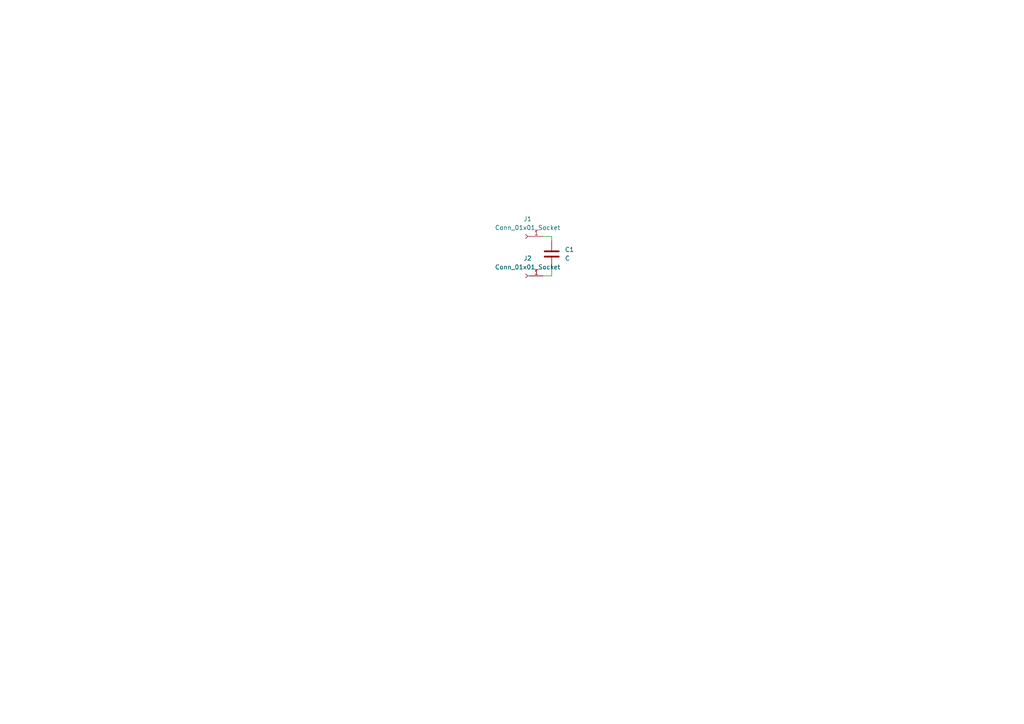
<source format=kicad_sch>
(kicad_sch (version 20231120) (generator "eeschema") (generator_version "8.0")
  (paper "A4")
  (lib_symbols
    (symbol "Connector:Conn_01x01_Socket" (pin_names (offset 1.016) hide)
      (property "Reference" "J" (at 0 2.54 0))
      (property "Value" "Conn_01x01_Socket" (at 0 -2.54 0))
      (symbol "Conn_01x01_Socket_1_1"
        (polyline (pts (xy -1.27 0) (xy -0.508 0)) (stroke (width 0.1524)))
        (arc (start 0 0.508) (mid -0.5058 0) (end 0 -0.508) (stroke (width 0.1524)))
        (pin passive line (at -5.08 0 0) (length 3.81) (name "Pin_1") (number "1"))
      )
    )
    (symbol "Device:C" (pin_numbers hide) (pin_names (offset 0.254))
      (property "Reference" "C" (at 0.635 2.54 0))
      (property "Value" "C" (at 0.635 -2.54 0))
      (symbol "C_0_1"
        (polyline (pts (xy -2.032 -0.762) (xy 2.032 -0.762)) (stroke (width 0.508)))
        (polyline (pts (xy -2.032 0.762) (xy 2.032 0.762)) (stroke (width 0.508)))
      )
      (symbol "C_1_1"
        (pin passive line (at 0 3.81 270) (length 2.794) (name "~") (number "1"))
        (pin passive line (at 0 -3.81 90) (length 2.794) (name "~") (number "2"))
      )
    )
  )
  (wire (pts (xy 157.48 68.58) (xy 160.02 68.58)))
  (wire (pts (xy 160.02 68.58) (xy 160.02 69.85)))
  (wire (pts (xy 160.02 80.01) (xy 157.48 80.01)))
  (wire (pts (xy 160.02 77.47) (xy 160.02 80.01)))
  (symbol (lib_id "Device:C") (at 160.02 73.66 0) (unit 1)
    (property "Reference" "C1" (at 163.83 72.3899 0) (effects (justify left)))
    (property "Value" "C" (at 163.83 74.9299 0) (effects (justify left)))
    (property "Footprint" "Capacitor_SMD:C_1206_3216Metric" (effects (hide yes)))
    (property "Description" "Unpolarized capacitor" (effects (hide yes)))
  )
  (symbol (lib_id "Connector:Conn_01x01_Socket") (at 152.4 68.58 0) (mirror y) (unit 1)
    (property "Reference" "J1" (at 153.035 63.5 0))
    (property "Value" "Conn_01x01_Socket" (at 153.035 66.04 0))
    (property "Footprint" "MountingHole:MountingHole_2.5mm_Pad" (effects (hide yes)))
    (property "Description" "Generic connector, single row, 01x01, script generated" (effects (hide yes)))
  )
  (symbol (lib_id "Connector:Conn_01x01_Socket") (at 152.4 80.01 0) (mirror y) (unit 1)
    (property "Reference" "J2" (at 153.035 74.93 0))
    (property "Value" "Conn_01x01_Socket" (at 153.035 77.47 0))
    (property "Footprint" "MountingHole:MountingHole_2.5mm_Pad" (effects (hide yes)))
    (property "Description" "Generic connector, single row, 01x01, script generated" (effects (hide yes)))
  )
)
</source>
